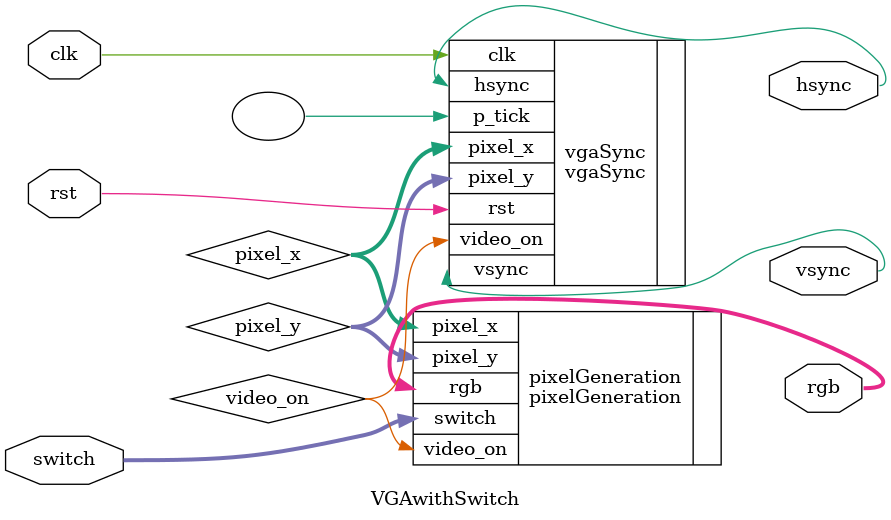
<source format=v>
module VGAwithSwitch(clk, rst, switch,	hsync, vsync, rgb);

input clk, rst;
input [2:0] switch;
output hsync, vsync;
output [2:0] rgb;

wire video_on;
wire [9:0] pixel_x, pixel_y;

// instantiate vgaSync and pixelGeneration circuit
vgaSync vgaSync(.clk(clk), .rst(rst), .hsync(hsync), .vsync(vsync), .video_on(video_on), .p_tick(), .pixel_x(pixel_x), .pixel_y(pixel_y));

pixelGeneration pixelGeneration(.switch(switch), .pixel_x(pixel_x), .pixel_y(pixel_y), .video_on(video_on), .rgb(rgb));

endmodule

</source>
